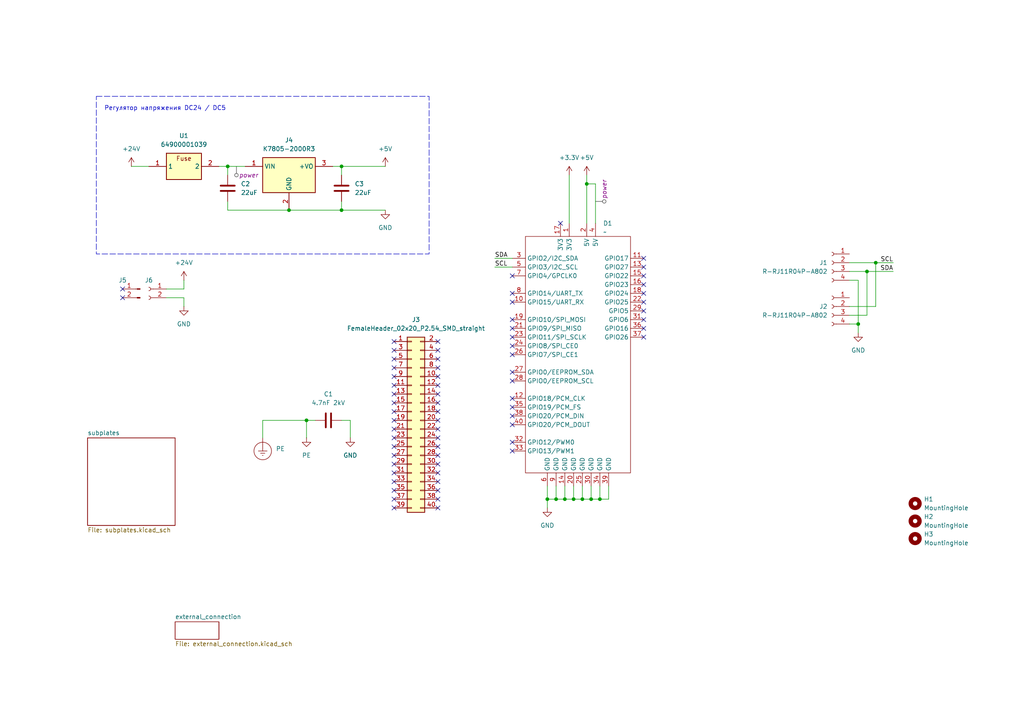
<source format=kicad_sch>
(kicad_sch (version 20231120) (generator "eeschema") (generator_version "8.0")
  (paper "A4")
  (title_block (title "${article} v${version}"))
  (lib_symbols
    (symbol "Mechanical:MountingHole" (pin_names (offset 1.016)) (exclude_from_sim yes) (in_bom no)
      (property "Reference" "H" (at 0 5.08 0))
      (property "Value" "MountingHole" (at 0 3.175 0))
      (symbol "MountingHole_0_1"
        (circle (center 0 0) (radius 1.27) (stroke (width 1.27)))
      )
    )
    (symbol "kicad_inventree_lib:C_22uF_50V_2220" (pin_numbers hide) (pin_names (offset 0.254))
      (property "Reference" "C" (at 0.635 2.54 0))
      (property "Value" "22uF" (at 0.635 -2.54 0))
      (symbol "C_22uF_50V_2220_0_1"
        (polyline (pts (xy -2.032 -0.762) (xy 2.032 -0.762)) (stroke (width 0.508)))
        (polyline (pts (xy -2.032 0.762) (xy 2.032 0.762)) (stroke (width 0.508)))
      )
      (symbol "C_22uF_50V_2220_1_1"
        (pin passive line (at 0 3.81 270) (length 2.794) (name "~") (number "1"))
        (pin passive line (at 0 -3.81 90) (length 2.794) (name "~") (number "2"))
      )
    )
    (symbol "kicad_inventree_lib:C_4.7nF_2kV_1812" (pin_numbers hide) (pin_names (offset 0.254))
      (property "Reference" "C" (at 0.635 2.54 0))
      (property "Value" "4.7nF 2kV" (at 0.635 -2.54 0))
      (symbol "C_4.7nF_2kV_1812_0_1"
        (polyline (pts (xy -2.032 -0.762) (xy 2.032 -0.762)) (stroke (width 0.508)))
        (polyline (pts (xy -2.032 0.762) (xy 2.032 0.762)) (stroke (width 0.508)))
      )
      (symbol "C_4.7nF_2kV_1812_1_1"
        (pin passive line (at 0 3.81 270) (length 2.794) (name "~") (number "1"))
        (pin passive line (at 0 -3.81 90) (length 2.794) (name "~") (number "2"))
      )
    )
    (symbol "kicad_inventree_lib:Degson_2EDGK-5.08-02P" (pin_names (offset 1.016) hide) (on_board no)
      (property "Reference" "J" (at 0 2.54 0))
      (property "Value" "2EDGK-5.08-02P" (at 0 -5.08 0))
      (symbol "Degson_2EDGK-5.08-02P_1_1"
        (rectangle (start -4.2164 -2.413) (end -5.08 -2.667) (stroke (width 0.1524)) (fill (type outline)))
        (rectangle (start -4.2164 0.127) (end -5.08 -0.127) (stroke (width 0.1524)) (fill (type outline)))
        (polyline (pts (xy -3.81 -2.54) (xy -4.2164 -2.54)) (stroke (width 0.1524)))
        (polyline (pts (xy -3.81 0) (xy -4.2164 0)) (stroke (width 0.1524)))
        (pin passive line (at 0 0 180) (length 3.81) (name "Pin_1") (number "1"))
        (pin passive line (at 0 -2.54 180) (length 3.81) (name "Pin_2") (number "2"))
      )
    )
    (symbol "kicad_inventree_lib:Degson_2EDGR-5.08-02P" (pin_names (offset 1.016) hide)
      (property "Reference" "J" (at 0 2.54 0))
      (property "Value" "2EDGR-5.08-02P" (at 0 -5.08 0))
      (symbol "Degson_2EDGR-5.08-02P_1_1"
        (arc (start 0 -2.032) (mid -0.5058 -2.54) (end 0 -3.048) (stroke (width 0.1524)))
        (polyline (pts (xy -1.27 -2.54) (xy -0.508 -2.54)) (stroke (width 0.1524)))
        (polyline (pts (xy -1.27 0) (xy -0.508 0)) (stroke (width 0.1524)))
        (arc (start 0 0.508) (mid -0.5058 0) (end 0 -0.508) (stroke (width 0.1524)))
        (pin passive line (at -5.08 0 0) (length 3.81) (name "Pin_1") (number "1"))
        (pin passive line (at -5.08 -2.54 0) (length 3.81) (name "Pin_2") (number "2"))
      )
    )
    (symbol "kicad_inventree_lib:FemaleHeader_02x20_P2.54_SMD_straight" (pin_names (offset 1.016) hide) (on_board no)
      (property "Reference" "J" (at 1.27 25.4 0))
      (property "Value" "FemaleHeader_02x20_P2.54_SMD_straight" (at 1.27 -27.94 0))
      (symbol "FemaleHeader_02x20_P2.54_SMD_straight_1_1"
        (rectangle (start -1.27 -25.273) (end 0 -25.527) (stroke (width 0.1524)))
        (rectangle (start -1.27 -22.733) (end 0 -22.987) (stroke (width 0.1524)))
        (rectangle (start -1.27 -20.193) (end 0 -20.447) (stroke (width 0.1524)))
        (rectangle (start -1.27 -17.653) (end 0 -17.907) (stroke (width 0.1524)))
        (rectangle (start -1.27 -15.113) (end 0 -15.367) (stroke (width 0.1524)))
        (rectangle (start -1.27 -12.573) (end 0 -12.827) (stroke (width 0.1524)))
        (rectangle (start -1.27 -10.033) (end 0 -10.287) (stroke (width 0.1524)))
        (rectangle (start -1.27 -7.493) (end 0 -7.747) (stroke (width 0.1524)))
        (rectangle (start -1.27 -4.953) (end 0 -5.207) (stroke (width 0.1524)))
        (rectangle (start -1.27 -2.413) (end 0 -2.667) (stroke (width 0.1524)))
        (rectangle (start -1.27 0.127) (end 0 -0.127) (stroke (width 0.1524)))
        (rectangle (start -1.27 2.667) (end 0 2.413) (stroke (width 0.1524)))
        (rectangle (start -1.27 5.207) (end 0 4.953) (stroke (width 0.1524)))
        (rectangle (start -1.27 7.747) (end 0 7.493) (stroke (width 0.1524)))
        (rectangle (start -1.27 10.287) (end 0 10.033) (stroke (width 0.1524)))
        (rectangle (start -1.27 12.827) (end 0 12.573) (stroke (width 0.1524)))
        (rectangle (start -1.27 15.367) (end 0 15.113) (stroke (width 0.1524)))
        (rectangle (start -1.27 17.907) (end 0 17.653) (stroke (width 0.1524)))
        (rectangle (start -1.27 20.447) (end 0 20.193) (stroke (width 0.1524)))
        (rectangle (start -1.27 22.987) (end 0 22.733) (stroke (width 0.1524)))
        (rectangle (start -1.27 24.13) (end 3.81 -26.67) (stroke (width 0.254)) (fill (type background)))
        (rectangle (start 3.81 -25.273) (end 2.54 -25.527) (stroke (width 0.1524)))
        (rectangle (start 3.81 -22.733) (end 2.54 -22.987) (stroke (width 0.1524)))
        (rectangle (start 3.81 -20.193) (end 2.54 -20.447) (stroke (width 0.1524)))
        (rectangle (start 3.81 -17.653) (end 2.54 -17.907) (stroke (width 0.1524)))
        (rectangle (start 3.81 -15.113) (end 2.54 -15.367) (stroke (width 0.1524)))
        (rectangle (start 3.81 -12.573) (end 2.54 -12.827) (stroke (width 0.1524)))
        (rectangle (start 3.81 -10.033) (end 2.54 -10.287) (stroke (width 0.1524)))
        (rectangle (start 3.81 -7.493) (end 2.54 -7.747) (stroke (width 0.1524)))
        (rectangle (start 3.81 -4.953) (end 2.54 -5.207) (stroke (width 0.1524)))
        (rectangle (start 3.81 -2.413) (end 2.54 -2.667) (stroke (width 0.1524)))
        (rectangle (start 3.81 0.127) (end 2.54 -0.127) (stroke (width 0.1524)))
        (rectangle (start 3.81 2.667) (end 2.54 2.413) (stroke (width 0.1524)))
        (rectangle (start 3.81 5.207) (end 2.54 4.953) (stroke (width 0.1524)))
        (rectangle (start 3.81 7.747) (end 2.54 7.493) (stroke (width 0.1524)))
        (rectangle (start 3.81 10.287) (end 2.54 10.033) (stroke (width 0.1524)))
        (rectangle (start 3.81 12.827) (end 2.54 12.573) (stroke (width 0.1524)))
        (rectangle (start 3.81 15.367) (end 2.54 15.113) (stroke (width 0.1524)))
        (rectangle (start 3.81 17.907) (end 2.54 17.653) (stroke (width 0.1524)))
        (rectangle (start 3.81 20.447) (end 2.54 20.193) (stroke (width 0.1524)))
        (rectangle (start 3.81 22.987) (end 2.54 22.733) (stroke (width 0.1524)))
        (pin passive line (at -5.08 22.86 0) (length 3.81) (name "Pin_1") (number "1"))
        (pin passive line (at 7.62 12.7 180) (length 3.81) (name "Pin_10") (number "10"))
        (pin passive line (at -5.08 10.16 0) (length 3.81) (name "Pin_11") (number "11"))
        (pin passive line (at 7.62 10.16 180) (length 3.81) (name "Pin_12") (number "12"))
        (pin passive line (at -5.08 7.62 0) (length 3.81) (name "Pin_13") (number "13"))
        (pin passive line (at 7.62 7.62 180) (length 3.81) (name "Pin_14") (number "14"))
        (pin passive line (at -5.08 5.08 0) (length 3.81) (name "Pin_15") (number "15"))
        (pin passive line (at 7.62 5.08 180) (length 3.81) (name "Pin_16") (number "16"))
        (pin passive line (at -5.08 2.54 0) (length 3.81) (name "Pin_17") (number "17"))
        (pin passive line (at 7.62 2.54 180) (length 3.81) (name "Pin_18") (number "18"))
        (pin passive line (at -5.08 0 0) (length 3.81) (name "Pin_19") (number "19"))
        (pin passive line (at 7.62 22.86 180) (length 3.81) (name "Pin_2") (number "2"))
        (pin passive line (at 7.62 0 180) (length 3.81) (name "Pin_20") (number "20"))
        (pin passive line (at -5.08 -2.54 0) (length 3.81) (name "Pin_21") (number "21"))
        (pin passive line (at 7.62 -2.54 180) (length 3.81) (name "Pin_22") (number "22"))
        (pin passive line (at -5.08 -5.08 0) (length 3.81) (name "Pin_23") (number "23"))
        (pin passive line (at 7.62 -5.08 180) (length 3.81) (name "Pin_24") (number "24"))
        (pin passive line (at -5.08 -7.62 0) (length 3.81) (name "Pin_25") (number "25"))
        (pin passive line (at 7.62 -7.62 180) (length 3.81) (name "Pin_26") (number "26"))
        (pin passive line (at -5.08 -10.16 0) (length 3.81) (name "Pin_27") (number "27"))
        (pin passive line (at 7.62 -10.16 180) (length 3.81) (name "Pin_28") (number "28"))
        (pin passive line (at -5.08 -12.7 0) (length 3.81) (name "Pin_29") (number "29"))
        (pin passive line (at -5.08 20.32 0) (length 3.81) (name "Pin_3") (number "3"))
        (pin passive line (at 7.62 -12.7 180) (length 3.81) (name "Pin_30") (number "30"))
        (pin passive line (at -5.08 -15.24 0) (length 3.81) (name "Pin_31") (number "31"))
        (pin passive line (at 7.62 -15.24 180) (length 3.81) (name "Pin_32") (number "32"))
        (pin passive line (at -5.08 -17.78 0) (length 3.81) (name "Pin_33") (number "33"))
        (pin passive line (at 7.62 -17.78 180) (length 3.81) (name "Pin_34") (number "34"))
        (pin passive line (at -5.08 -20.32 0) (length 3.81) (name "Pin_35") (number "35"))
        (pin passive line (at 7.62 -20.32 180) (length 3.81) (name "Pin_36") (number "36"))
        (pin passive line (at -5.08 -22.86 0) (length 3.81) (name "Pin_37") (number "37"))
        (pin passive line (at 7.62 -22.86 180) (length 3.81) (name "Pin_38") (number "38"))
        (pin passive line (at -5.08 -25.4 0) (length 3.81) (name "Pin_39") (number "39"))
        (pin passive line (at 7.62 20.32 180) (length 3.81) (name "Pin_4") (number "4"))
        (pin passive line (at 7.62 -25.4 180) (length 3.81) (name "Pin_40") (number "40"))
        (pin passive line (at -5.08 17.78 0) (length 3.81) (name "Pin_5") (number "5"))
        (pin passive line (at 7.62 17.78 180) (length 3.81) (name "Pin_6") (number "6"))
        (pin passive line (at -5.08 15.24 0) (length 3.81) (name "Pin_7") (number "7"))
        (pin passive line (at 7.62 15.24 180) (length 3.81) (name "Pin_8") (number "8"))
        (pin passive line (at -5.08 12.7 0) (length 3.81) (name "Pin_9") (number "9"))
      )
    )
    (symbol "kicad_inventree_lib:Fuseholder"
      (property "Reference" "U" (at -0.762 5.588 0))
      (property "Value" "64900001039" (at -6.35 3.302 0))
      (symbol "Fuseholder_1_1"
        (rectangle (start -5.08 0) (end 5.08 -7.62) (stroke (width 0.254)) (fill (type background)))
        (text "Fuse" (at 0 -1.524 0) (effects (font (size 1.27 1.27))))
        (pin passive line (at -10.16 -3.81 0) (length 5.08) (name "1") (number "1"))
        (pin passive line (at 10.16 -3.81 180) (length 5.08) (name "2") (number "2"))
      )
    )
    (symbol "kicad_inventree_lib:K7805-2000R3"
      (property "Reference" "J" (at -0.762 6.35 0))
      (property "Value" "K7805-2000R3" (at -7.112 3.556 0))
      (symbol "K7805-2000R3_1_1"
        (rectangle (start -7.62 0) (end 7.62 -10.16) (stroke (width 0.254)) (fill (type background)))
        (pin passive line (at -12.7 -2.54 0) (length 5.08) (name "VIN") (number "1"))
        (pin passive line (at 0 -15.24 90) (length 5.08) (name "GND") (number "2"))
        (pin passive line (at 12.7 -2.54 180) (length 5.08) (name "+VO") (number "3"))
      )
    )
    (symbol "kicad_inventree_lib:PE" (pin_numbers hide) (pin_names (offset 0) hide) (in_bom no)
      (property "Value" "PE" (at 0 -7.62 0))
      (symbol "PE_0_1"
        (circle (center 0 -3.81) (radius 2.54))
        (polyline (pts (xy -0.635 -4.445) (xy 0.635 -4.445)))
        (polyline (pts (xy -0.127 -5.08) (xy 0.127 -5.08)))
        (polyline (pts (xy 0 -3.81) (xy 0 0)))
        (polyline (pts (xy 1.27 -3.81) (xy -1.27 -3.81)))
      )
      (symbol "PE_1_1"
        (pin power_in line (at 0 0 270) (length 0) (name "~") (number "1"))
      )
    )
    (symbol "kicad_inventree_lib:R-RJ11R04P-A802" (pin_names (offset 1.016) hide)
      (property "Reference" "J" (at 0 5.08 0))
      (property "Value" "R-RJ11R04P-A802" (at 0 -7.62 0))
      (symbol "R-RJ11R04P-A802_1_1"
        (arc (start 0 -4.572) (mid -0.5058 -5.08) (end 0 -5.588) (stroke (width 0.1524)))
        (arc (start 0 -2.032) (mid -0.5058 -2.54) (end 0 -3.048) (stroke (width 0.1524)))
        (polyline (pts (xy -1.27 -5.08) (xy -0.508 -5.08)) (stroke (width 0.1524)))
        (polyline (pts (xy -1.27 -2.54) (xy -0.508 -2.54)) (stroke (width 0.1524)))
        (polyline (pts (xy -1.27 0) (xy -0.508 0)) (stroke (width 0.1524)))
        (polyline (pts (xy -1.27 2.54) (xy -0.508 2.54)) (stroke (width 0.1524)))
        (arc (start 0 0.508) (mid -0.5058 0) (end 0 -0.508) (stroke (width 0.1524)))
        (arc (start 0 3.048) (mid -0.5058 2.54) (end 0 2.032) (stroke (width 0.1524)))
        (pin passive line (at -5.08 2.54 0) (length 3.81) (name "Pin_1") (number "1"))
        (pin passive line (at -5.08 0 0) (length 3.81) (name "Pin_2") (number "2"))
        (pin passive line (at -5.08 -2.54 0) (length 3.81) (name "Pin_3") (number "3"))
        (pin passive line (at -5.08 -5.08 0) (length 3.81) (name "Pin_4") (number "4"))
      )
    )
    (symbol "kicad_inventree_lib:RaspberryPi"
      (property "Reference" "D" (at -14.732 2.54 0))
      (symbol "RaspberryPi_0_1"
        (rectangle (start -15.24 0) (end 15.24 -68.58))
      )
      (symbol "RaspberryPi_1_1"
        (pin passive line (at -2.54 3.81 270) (length 3.81) (name "3V3") (number "1"))
        (pin passive line (at -19.05 -19.05 0) (length 3.81) (name "GPIO15/UART_RX") (number "10"))
        (pin passive line (at 19.05 -6.35 180) (length 3.81) (name "GPIO17") (number "11"))
        (pin passive line (at -19.05 -46.99 0) (length 3.81) (name "GPIO18/PCM_CLK") (number "12"))
        (pin passive line (at 19.05 -8.89 180) (length 3.81) (name "GPIO27") (number "13"))
        (pin passive line (at -3.81 -72.39 90) (length 3.81) (name "GND") (number "14"))
        (pin passive line (at 19.05 -11.43 180) (length 3.81) (name "GPIO22") (number "15"))
        (pin passive line (at 19.05 -13.97 180) (length 3.81) (name "GPIO23") (number "16"))
        (pin passive line (at -5.08 3.81 270) (length 3.81) (name "3V3") (number "17"))
        (pin passive line (at 19.05 -16.51 180) (length 3.81) (name "GPIO24") (number "18"))
        (pin passive line (at -19.05 -24.13 0) (length 3.81) (name "GPIO10/SPI_MOSI") (number "19"))
        (pin passive line (at 2.54 3.81 270) (length 3.81) (name "5V") (number "2"))
        (pin passive line (at -1.27 -72.39 90) (length 3.81) (name "GND") (number "20"))
        (pin passive line (at -19.05 -26.67 0) (length 3.81) (name "GPIO9/SPI_MISO") (number "21"))
        (pin passive line (at 19.05 -19.05 180) (length 3.81) (name "GPIO25") (number "22"))
        (pin passive line (at -19.05 -29.21 0) (length 3.81) (name "GPIO11/SPI_SCLK") (number "23"))
        (pin passive line (at -19.05 -31.75 0) (length 3.81) (name "GPIO8/SPI_CE0") (number "24"))
        (pin passive line (at 1.27 -72.39 90) (length 3.81) (name "GND") (number "25"))
        (pin passive line (at -19.05 -34.29 0) (length 3.81) (name "GPIO7/SPI_CE1") (number "26"))
        (pin passive line (at -19.05 -39.37 0) (length 3.81) (name "GPIO0/EEPROM_SDA") (number "27"))
        (pin passive line (at -19.05 -41.91 0) (length 3.81) (name "GPIO0/EEPROM_SCL") (number "28"))
        (pin passive line (at 19.05 -21.59 180) (length 3.81) (name "GPIO5") (number "29"))
        (pin passive line (at -19.05 -6.35 0) (length 3.81) (name "GPIO2/I2C_SDA") (number "3"))
        (pin passive line (at 3.81 -72.39 90) (length 3.81) (name "GND") (number "30"))
        (pin passive line (at 19.05 -24.13 180) (length 3.81) (name "GPIO6") (number "31"))
        (pin passive line (at -19.05 -59.69 0) (length 3.81) (name "GPIO12/PWM0") (number "32"))
        (pin passive line (at -19.05 -62.23 0) (length 3.81) (name "GPIO13/PWM1") (number "33"))
        (pin passive line (at 6.35 -72.39 90) (length 3.81) (name "GND") (number "34"))
        (pin passive line (at -19.05 -49.53 0) (length 3.81) (name "GPIO19/PCM_FS") (number "35"))
        (pin passive line (at 19.05 -26.67 180) (length 3.81) (name "GPIO16") (number "36"))
        (pin passive line (at 19.05 -29.21 180) (length 3.81) (name "GPIO26") (number "37"))
        (pin passive line (at -19.05 -52.07 0) (length 3.81) (name "GPIO20/PCM_DIN") (number "38"))
        (pin passive line (at 8.89 -72.39 90) (length 3.81) (name "GND") (number "39"))
        (pin passive line (at 5.08 3.81 270) (length 3.81) (name "5V") (number "4"))
        (pin passive line (at -19.05 -54.61 0) (length 3.81) (name "GPIO20/PCM_DOUT") (number "40"))
        (pin passive line (at -19.05 -8.89 0) (length 3.81) (name "GPIO3/I2C_SCL") (number "5"))
        (pin passive line (at -8.89 -72.39 90) (length 3.81) (name "GND") (number "6"))
        (pin passive line (at -19.05 -11.43 0) (length 3.81) (name "GPIO4/GPCLK0") (number "7"))
        (pin passive line (at -19.05 -16.51 0) (length 3.81) (name "GPIO14/UART_TX") (number "8"))
        (pin passive line (at -6.35 -72.39 90) (length 3.81) (name "GND") (number "9"))
      )
    )
    (symbol "power:+3.3V" (power) (pin_numbers hide) (pin_names (offset 0) hide)
      (property "Value" "+3.3V" (at 0 3.556 0))
      (symbol "+3.3V_0_1"
        (polyline (pts (xy -0.762 1.27) (xy 0 2.54)))
        (polyline (pts (xy 0 0) (xy 0 2.54)))
        (polyline (pts (xy 0 2.54) (xy 0.762 1.27)))
      )
      (symbol "+3.3V_1_1"
        (pin power_in line (at 0 0 90) (length 0) (name "~") (number "1"))
      )
    )
    (symbol "power:+5V" (power) (pin_numbers hide) (pin_names (offset 0) hide)
      (property "Value" "+5V" (at 0 3.556 0))
      (symbol "+5V_0_1"
        (polyline (pts (xy -0.762 1.27) (xy 0 2.54)))
        (polyline (pts (xy 0 0) (xy 0 2.54)))
        (polyline (pts (xy 0 2.54) (xy 0.762 1.27)))
      )
      (symbol "+5V_1_1"
        (pin power_in line (at 0 0 90) (length 0) (name "~") (number "1"))
      )
    )
    (symbol "power:GND" (power) (pin_numbers hide) (pin_names (offset 0) hide)
      (property "Value" "GND" (at 0 -3.81 0))
      (symbol "GND_0_1"
        (polyline (pts (xy 0 0) (xy 0 -1.27) (xy 1.27 -1.27) (xy 0 -2.54) (xy -1.27 -1.27) (xy 0 -1.27)))
      )
      (symbol "GND_1_1"
        (pin power_in line (at 0 0 270) (length 0) (name "~") (number "1"))
      )
    )
  )
  (junction (at 66.04 48.26))
  (junction (at 251.46 78.74))
  (junction (at 170.18 53.34))
  (junction (at 88.9 121.92))
  (junction (at 161.29 144.78))
  (junction (at 163.83 144.78))
  (junction (at 158.75 144.78))
  (junction (at 83.82 60.96))
  (junction (at 168.91 144.78))
  (junction (at 171.45 144.78))
  (junction (at 254 76.2))
  (junction (at 248.92 93.98))
  (junction (at 99.06 60.96))
  (junction (at 173.99 144.78))
  (junction (at 166.37 144.78))
  (junction (at 99.06 48.26))
  (no_connect (at 114.3 144.78))
  (no_connect (at 35.56 86.36))
  (no_connect (at 114.3 137.16))
  (no_connect (at 186.69 92.71))
  (no_connect (at 186.69 82.55))
  (no_connect (at 127 127))
  (no_connect (at 114.3 127))
  (no_connect (at 127 137.16))
  (no_connect (at 127 111.76))
  (no_connect (at 127 142.24))
  (no_connect (at 114.3 104.14))
  (no_connect (at 127 101.6))
  (no_connect (at 148.59 130.81))
  (no_connect (at 114.3 139.7))
  (no_connect (at 114.3 114.3))
  (no_connect (at 148.59 102.87))
  (no_connect (at 148.59 87.63))
  (no_connect (at 148.59 120.65))
  (no_connect (at 127 106.68))
  (no_connect (at 186.69 85.09))
  (no_connect (at 114.3 132.08))
  (no_connect (at 148.59 95.25))
  (no_connect (at 148.59 80.01))
  (no_connect (at 127 99.06))
  (no_connect (at 162.56 64.77))
  (no_connect (at 186.69 74.93))
  (no_connect (at 127 121.92))
  (no_connect (at 127 147.32))
  (no_connect (at 186.69 90.17))
  (no_connect (at 186.69 95.25))
  (no_connect (at 114.3 116.84))
  (no_connect (at 186.69 97.79))
  (no_connect (at 127 129.54))
  (no_connect (at 148.59 110.49))
  (no_connect (at 148.59 97.79))
  (no_connect (at 148.59 115.57))
  (no_connect (at 127 116.84))
  (no_connect (at 148.59 85.09))
  (no_connect (at 127 124.46))
  (no_connect (at 148.59 128.27))
  (no_connect (at 114.3 111.76))
  (no_connect (at 186.69 77.47))
  (no_connect (at 35.56 83.82))
  (no_connect (at 114.3 119.38))
  (no_connect (at 127 104.14))
  (no_connect (at 114.3 142.24))
  (no_connect (at 114.3 99.06))
  (no_connect (at 148.59 92.71))
  (no_connect (at 127 134.62))
  (no_connect (at 148.59 107.95))
  (no_connect (at 148.59 118.11))
  (no_connect (at 127 139.7))
  (no_connect (at 114.3 124.46))
  (no_connect (at 186.69 80.01))
  (no_connect (at 114.3 134.62))
  (no_connect (at 127 114.3))
  (no_connect (at 114.3 106.68))
  (no_connect (at 127 119.38))
  (no_connect (at 114.3 109.22))
  (no_connect (at 127 144.78))
  (no_connect (at 127 132.08))
  (no_connect (at 186.69 87.63))
  (no_connect (at 114.3 121.92))
  (no_connect (at 148.59 123.19))
  (no_connect (at 114.3 147.32))
  (no_connect (at 127 109.22))
  (no_connect (at 114.3 129.54))
  (no_connect (at 114.3 101.6))
  (no_connect (at 148.59 100.33))
  (wire (pts (xy 101.6 127) (xy 101.6 121.92)))
  (wire (pts (xy 88.9 121.92) (xy 91.44 121.92)))
  (wire (pts (xy 53.34 83.82) (xy 53.34 81.28)))
  (wire (pts (xy 143.51 74.93) (xy 148.59 74.93)))
  (wire (pts (xy 170.18 50.8) (xy 170.18 53.34)))
  (wire (pts (xy 251.46 91.44) (xy 251.46 78.74)))
  (wire (pts (xy 171.45 144.78) (xy 173.99 144.78)))
  (wire (pts (xy 66.04 60.96) (xy 83.82 60.96)))
  (wire (pts (xy 99.06 48.26) (xy 99.06 50.8)))
  (wire (pts (xy 66.04 48.26) (xy 71.12 48.26)))
  (wire (pts (xy 99.06 58.42) (xy 99.06 60.96)))
  (wire (pts (xy 166.37 144.78) (xy 168.91 144.78)))
  (wire (pts (xy 168.91 144.78) (xy 171.45 144.78)))
  (wire (pts (xy 38.1 48.26) (xy 43.18 48.26)))
  (wire (pts (xy 99.06 60.96) (xy 111.76 60.96)))
  (wire (pts (xy 172.72 53.34) (xy 170.18 53.34)))
  (wire (pts (xy 254 76.2) (xy 246.38 76.2)))
  (wire (pts (xy 66.04 60.96) (xy 66.04 58.42)))
  (wire (pts (xy 53.34 86.36) (xy 48.26 86.36)))
  (wire (pts (xy 143.51 77.47) (xy 148.59 77.47)))
  (wire (pts (xy 259.08 78.74) (xy 251.46 78.74)))
  (wire (pts (xy 163.83 140.97) (xy 163.83 144.78)))
  (wire (pts (xy 83.82 60.96) (xy 99.06 60.96)))
  (wire (pts (xy 246.38 93.98) (xy 248.92 93.98)))
  (wire (pts (xy 99.06 48.26) (xy 111.76 48.26)))
  (wire (pts (xy 76.2 121.92) (xy 88.9 121.92)))
  (wire (pts (xy 48.26 83.82) (xy 53.34 83.82)))
  (wire (pts (xy 161.29 140.97) (xy 161.29 144.78)))
  (wire (pts (xy 173.99 140.97) (xy 173.99 144.78)))
  (wire (pts (xy 173.99 144.78) (xy 176.53 144.78)))
  (wire (pts (xy 163.83 144.78) (xy 166.37 144.78)))
  (wire (pts (xy 168.91 140.97) (xy 168.91 144.78)))
  (wire (pts (xy 170.18 53.34) (xy 170.18 64.77)))
  (wire (pts (xy 101.6 121.92) (xy 99.06 121.92)))
  (wire (pts (xy 165.1 50.8) (xy 165.1 64.77)))
  (wire (pts (xy 161.29 144.78) (xy 163.83 144.78)))
  (wire (pts (xy 166.37 140.97) (xy 166.37 144.78)))
  (wire (pts (xy 158.75 140.97) (xy 158.75 144.78)))
  (wire (pts (xy 88.9 121.92) (xy 88.9 127)))
  (wire (pts (xy 246.38 91.44) (xy 251.46 91.44)))
  (wire (pts (xy 66.04 48.26) (xy 66.04 50.8)))
  (wire (pts (xy 172.72 64.77) (xy 172.72 53.34)))
  (wire (pts (xy 254 88.9) (xy 254 76.2)))
  (wire (pts (xy 259.08 76.2) (xy 254 76.2)))
  (wire (pts (xy 158.75 144.78) (xy 161.29 144.78)))
  (wire (pts (xy 248.92 81.28) (xy 248.92 93.98)))
  (wire (pts (xy 53.34 88.9) (xy 53.34 86.36)))
  (wire (pts (xy 246.38 81.28) (xy 248.92 81.28)))
  (wire (pts (xy 63.5 48.26) (xy 66.04 48.26)))
  (wire (pts (xy 176.53 140.97) (xy 176.53 144.78)))
  (wire (pts (xy 251.46 78.74) (xy 246.38 78.74)))
  (wire (pts (xy 171.45 140.97) (xy 171.45 144.78)))
  (wire (pts (xy 248.92 93.98) (xy 248.92 96.52)))
  (wire (pts (xy 158.75 144.78) (xy 158.75 147.32)))
  (wire (pts (xy 76.2 127) (xy 76.2 121.92)))
  (wire (pts (xy 246.38 88.9) (xy 254 88.9)))
  (wire (pts (xy 96.52 48.26) (xy 99.06 48.26)))
  (rectangle (start 27.94 27.94) (end 124.46 73.66) (stroke (width 0) (type dash)))
  (text "Регулятор напряжения DC24 / DC5" (at 30.226 31.496 0) (effects (font (size 1.27 1.27)) (justify left)))
  (label "SCL" (at 259.08 76.2 180))
  (label "SDA" (at 143.51 74.93 0))
  (label "SCL" (at 143.51 77.47 0))
  (label "SDA" (at 259.08 78.74 180))
  (netclass_flag "" (length 2.54) (shape round) (at 172.72 58.42 270) (property "Netclass" "power" (at 175.26 57.7215 90) (effects (font (italic yes)) (justify left))))
  (netclass_flag "" (length 2.54) (shape round) (at 68.58 48.26 180) (property "Netclass" "power" (at 69.2785 50.8 0) (effects (font (italic yes)) (justify left))))
  (symbol (lib_id "power:GND") (at 111.76 60.96 0) (unit 1)
    (property "Reference" "#PWR04" (effects (hide yes)))
    (property "Value" "GND" (at 111.76 66.04 0))
    (property "Description" "Power symbol creates a global label with name \"GND\" , ground" (effects (hide yes)))
  )
  (symbol (lib_id "power:+5V") (at 111.76 48.26 0) (unit 1)
    (property "Reference" "#PWR03" (effects (hide yes)))
    (property "Value" "+5V" (at 111.76 43.18 0))
    (property "Description" "Power symbol creates a global label with name \"+5V\"" (effects (hide yes)))
  )
  (symbol (lib_id "kicad_inventree_lib:Degson_2EDGR-5.08-02P") (at 43.18 83.82 0) (mirror y) (unit 1)
    (property "Reference" "J6" (at 43.18 81.28 0))
    (property "Value" "2EDGR-5.08-02P" (effects (hide yes)))
    (property "Footprint" "NextPCB:Degson_2EDGR-5.08-02P" (effects (hide yes)))
    (property "Datasheet" "http://inventree.network/part/45/" (effects (hide yes)))
    (property "Description" "Generic connector, single row, 01x02, script generated" (effects (hide yes)))
    (property "NextPCB_url" "https://www.hqonline.com/product-detail/max-maixu--mx2edgr-5-08-02p-gn01-cu-a-1027942969" (effects (hide yes)))
    (property "NextPCB_price" "0.03132" (effects (hide yes)))
    (property "part_ipn" "2EDGR-5.08-02P" (effects (hide yes)))
  )
  (symbol (lib_id "power:GND") (at 158.75 147.32 0) (unit 1)
    (property "Reference" "#PWR02" (effects (hide yes)))
    (property "Value" "GND" (at 158.75 152.4 0))
    (property "Description" "Power symbol creates a global label with name \"GND\" , ground" (effects (hide yes)))
  )
  (symbol (lib_id "power:+5V") (at 53.34 81.28 0) (unit 1)
    (property "Reference" "#PWR05" (effects (hide yes)))
    (property "Value" "+24V" (at 53.34 76.2 0))
    (property "Description" "Power symbol creates a global label with name \"+5V\"" (effects (hide yes)))
  )
  (symbol (lib_id "power:+3.3V") (at 165.1 50.8 0) (unit 1)
    (property "Reference" "#PWR011" (effects (hide yes)))
    (property "Value" "+3.3V" (at 165.1 45.72 0))
    (property "Description" "Power symbol creates a global label with name \"+3.3V\"" (effects (hide yes)))
  )
  (symbol (lib_id "power:GND") (at 53.34 88.9 0) (unit 1)
    (property "Reference" "#PWR07" (effects (hide yes)))
    (property "Value" "GND" (at 53.34 93.98 0))
    (property "Description" "Power symbol creates a global label with name \"GND\" , ground" (effects (hide yes)))
  )
  (symbol (lib_id "kicad_inventree_lib:C_22uF_50V_2220") (at 99.06 54.61 0) (unit 1)
    (property "Reference" "C3" (at 102.87 53.3399 0) (effects (justify left)))
    (property "Value" "22uF" (at 102.87 55.8799 0) (effects (justify left)))
    (property "Footprint" "kicad_inventree_lib:C_2220_5750Metric_Pad1.97x5.40mm_HandSolder" (effects (hide yes)))
    (property "Datasheet" "http://inventree.network/part/99/" (effects (hide yes)))
    (property "Description" "Unpolarized capacitor" (effects (hide yes)))
    (property "part_ipn" "C_22uF_50V_2220" (effects (hide yes)))
  )
  (symbol (lib_id "kicad_inventree_lib:RaspberryPi") (at 167.64 68.58 0) (unit 1) (in_bom no)
    (property "Reference" "D1" (at 174.9141 64.77 0) (effects (justify left)))
    (property "Value" "~" (at 174.9141 67.31 0) (effects (justify left)))
    (property "Footprint" "kicad_inventree_lib:RaspberryPi" (effects (hide yes)))
    (property "NextPCB_price" "200" (effects (hide yes)))
  )
  (symbol (lib_id "kicad_inventree_lib:R-RJ11R04P-A802") (at 241.3 88.9 0) (mirror y) (unit 1)
    (property "Reference" "J2" (at 240.03 88.8999 0) (effects (justify left)))
    (property "Value" "R-RJ11R04P-A802" (at 240.03 91.4399 0) (effects (justify left)))
    (property "Footprint" "kicad_inventree_lib:R-RJ11R04P-A802" (effects (hide yes)))
    (property "Description" "Generic connector, single row, 01x04, script generated" (effects (hide yes)))
    (property "part_ipn" "R-RJ11R04P-A802" (effects (hide yes)))
  )
  (symbol (lib_id "power:+5V") (at 38.1 48.26 0) (unit 1)
    (property "Reference" "#PWR010" (effects (hide yes)))
    (property "Value" "+24V" (at 38.1 43.18 0))
    (property "Description" "Power symbol creates a global label with name \"+5V\"" (effects (hide yes)))
  )
  (symbol (lib_id "kicad_inventree_lib:PE") (at 76.2 127 0) (unit 1) (in_bom no)
    (property "Reference" "PE1" (effects (hide yes)))
    (property "Value" "PE" (at 80.01 130.1749 0) (effects (justify left)))
    (property "Footprint" "kicad_inventree_lib:PE" (effects (hide yes)))
    (property "Description" "Power symbol creates a global label with name \"Earth_Protective\"" (effects (hide yes)))
  )
  (symbol (lib_id "Mechanical:MountingHole") (at 265.43 156.21 0) (unit 1) (exclude_from_sim yes) (in_bom no)
    (property "Reference" "H3" (at 267.97 154.9399 0) (effects (justify left)))
    (property "Value" "MountingHole" (at 267.97 157.4799 0) (effects (justify left)))
    (property "Footprint" "MountingHole:MountingHole_3.2mm_M3" (effects (hide yes)))
    (property "Description" "Mounting Hole without connection" (effects (hide yes)))
  )
  (symbol (lib_id "kicad_inventree_lib:FemaleHeader_02x20_P2.54_SMD_straight") (at 119.38 121.92 0) (unit 1) (on_board no)
    (property "Reference" "J3" (at 120.65 92.71 0))
    (property "Value" "FemaleHeader_02x20_P2.54_SMD_straight" (at 120.65 95.25 0))
    (property "Datasheet" "http://inventree.network/part/154/" (effects (hide yes)))
    (property "Description" "Generic connector, double row, 02x20, odd/even pin numbering scheme (row 1 odd numbers, row 2 even numbers), script generated (kicad-library-utils/schlib/autogen/connector/)" (effects (hide yes)))
    (property "part_ipn" "FemaleHeader_02x20_P2.54_SMD_straight" (effects (hide yes)))
  )
  (symbol (lib_id "power:+5V") (at 170.18 50.8 0) (unit 1)
    (property "Reference" "#PWR06" (effects (hide yes)))
    (property "Value" "+5V" (at 170.18 45.72 0))
    (property "Description" "Power symbol creates a global label with name \"+5V\"" (effects (hide yes)))
  )
  (symbol (lib_id "kicad_inventree_lib:Degson_2EDGK-5.08-02P") (at 35.56 83.82 0) (mirror y) (unit 1) (on_board no)
    (property "Reference" "J5" (at 35.56 81.28 0))
    (property "Value" "2EDGK-5.08-02P" (effects (hide yes)))
    (property "Datasheet" "http://inventree.network/part/18/" (effects (hide yes)))
    (property "Description" "Generic connector, single row, 01x02, script generated" (effects (hide yes)))
    (property "NextPCB_url" "https://www.hqonline.com/product-detail/max-maixu--mx2edgk-5-08-02p-gn01-cu-y-a-1027943030" (effects (hide yes)))
    (property "NextPCB_price" "0.11828" (effects (hide yes)))
    (property "part_ipn" "2EDGK-5.08-02P" (effects (hide yes)))
  )
  (symbol (lib_id "power:GND") (at 248.92 96.52 0) (mirror y) (unit 1)
    (property "Reference" "#PWR01" (effects (hide yes)))
    (property "Value" "GND" (at 248.92 101.6 0))
    (property "Description" "Power symbol creates a global label with name \"GND\" , ground" (effects (hide yes)))
  )
  (symbol (lib_id "kicad_inventree_lib:C_22uF_50V_2220") (at 66.04 54.61 0) (unit 1)
    (property "Reference" "C2" (at 69.85 53.3399 0) (effects (justify left)))
    (property "Value" "22uF" (at 69.85 55.8799 0) (effects (justify left)))
    (property "Footprint" "kicad_inventree_lib:C_2220_5750Metric_Pad1.97x5.40mm_HandSolder" (effects (hide yes)))
    (property "Datasheet" "http://inventree.network/part/99/" (effects (hide yes)))
    (property "Description" "Unpolarized capacitor" (effects (hide yes)))
    (property "part_ipn" "C_22uF_50V_2220" (effects (hide yes)))
  )
  (symbol (lib_id "kicad_inventree_lib:C_4.7nF_2kV_1812") (at 95.25 121.92 90) (unit 1)
    (property "Reference" "C1" (at 95.25 114.3 90))
    (property "Value" "4.7nF 2kV" (at 95.25 116.84 90))
    (property "Footprint" "Capacitor_SMD:C_1812_4532Metric_Pad1.57x3.40mm_HandSolder" (effects (hide yes)))
    (property "Datasheet" "http://inventree.network/part/112/" (effects (hide yes)))
    (property "Description" "Unpolarized capacitor" (effects (hide yes)))
    (property "part_ipn" "C_4.7nF_2kV_1812" (effects (hide yes)))
  )
  (symbol (lib_id "power:GND") (at 101.6 127 0) (unit 1)
    (property "Reference" "#PWR09" (effects (hide yes)))
    (property "Value" "GND" (at 101.6 132.08 0))
    (property "Description" "Power symbol creates a global label with name \"GND\" , ground" (effects (hide yes)))
  )
  (symbol (lib_id "Mechanical:MountingHole") (at 265.43 151.13 0) (unit 1) (exclude_from_sim yes) (in_bom no)
    (property "Reference" "H2" (at 267.97 149.8599 0) (effects (justify left)))
    (property "Value" "MountingHole" (at 267.97 152.3999 0) (effects (justify left)))
    (property "Footprint" "MountingHole:MountingHole_3.2mm_M3" (effects (hide yes)))
    (property "Description" "Mounting Hole without connection" (effects (hide yes)))
  )
  (symbol (lib_id "kicad_inventree_lib:R-RJ11R04P-A802") (at 241.3 76.2 0) (mirror y) (unit 1)
    (property "Reference" "J1" (at 240.03 76.1999 0) (effects (justify left)))
    (property "Value" "R-RJ11R04P-A802" (at 240.03 78.7399 0) (effects (justify left)))
    (property "Footprint" "kicad_inventree_lib:R-RJ11R04P-A802" (effects (hide yes)))
    (property "Description" "Generic connector, single row, 01x04, script generated" (effects (hide yes)))
    (property "part_ipn" "R-RJ11R04P-A802" (effects (hide yes)))
  )
  (symbol (lib_id "power:GND") (at 88.9 127 0) (unit 1)
    (property "Reference" "#PWR08" (effects (hide yes)))
    (property "Value" "PE" (at 88.9 132.08 0))
    (property "Description" "Power symbol creates a global label with name \"GND\" , ground" (effects (hide yes)))
  )
  (symbol (lib_id "kicad_inventree_lib:Fuseholder") (at 53.34 44.45 0) (unit 1)
    (property "Reference" "U1" (at 53.34 39.37 0))
    (property "Value" "64900001039" (at 53.34 41.91 0))
    (property "Footprint" "NextPCB:Fuseholder" (effects (hide yes)))
    (property "Datasheet" "http://inventree.network/part/23/" (effects (hide yes)))
    (property "Description" "5x20mm Fuseholder 6.3A 250V Littelfuse 6.3A PCB Mount Fuse Holder for 5 x 20mm Cartridge Fuse, 250 V" (effects (hide yes)))
    (property "Manufacturer_Name" "LITTELFUSE" (effects (hide yes)))
    (property "Manufacturer_Part_Number" "64900001039" (effects (hide yes)))
    (property "Mouser Part Number" "576-64900001039" (effects (hide yes)))
    (property "Mouser Price/Stock" "https://www.mouser.co.uk/ProductDetail/Littelfuse/64900001039?qs=hH%252BOa0VZEiArPloPoB86OA%3D%3D" (effects (hide yes)))
    (property "Arrow Part Number" "64900001039" (effects (hide yes)))
    (property "Arrow Price/Stock" "https://www.arrow.com/en/products/64900001039/littelfuse?region=nac" (effects (hide yes)))
    (property "NextPCB_url" "https://www.hqonline.com/product-detail/fuse-holders---clips---boxes-littelfuse-64900001039-1005256123" (effects (hide yes)))
    (property "NextPCB_price" "0.13489" (effects (hide yes)))
    (property "part_ipn" "64900001039" (effects (hide yes)))
  )
  (symbol (lib_id "kicad_inventree_lib:K7805-2000R3") (at 83.82 45.72 0) (unit 1)
    (property "Reference" "J4" (at 83.82 40.64 0))
    (property "Value" "K7805-2000R3" (at 83.82 43.18 0))
    (property "Footprint" "kicad_inventree_lib:K7805-2000R3" (effects (hide yes)))
    (property "Datasheet" "http://inventree.network/part/98/" (effects (hide yes)))
    (property "Description" "K7805-2000R3" (effects (hide yes)))
    (property "Height" "18" (effects (hide yes)))
    (property "Manufacturer_Name" "RS Pro" (effects (hide yes)))
    (property "Manufacturer_Part_Number" "K7805-2000R3" (effects (hide yes)))
    (property "part_ipn" "K7805-2000R3" (effects (hide yes)))
  )
  (symbol (lib_id "Mechanical:MountingHole") (at 265.43 146.05 0) (unit 1) (exclude_from_sim yes) (in_bom no)
    (property "Reference" "H1" (at 267.97 144.7799 0) (effects (justify left)))
    (property "Value" "MountingHole" (at 267.97 147.3199 0) (effects (justify left)))
    (property "Footprint" "MountingHole:MountingHole_3.2mm_M3" (effects (hide yes)))
    (property "Description" "Mounting Hole without connection" (effects (hide yes)))
  )
  (sheet (at 50.8 180.34) (size 12.7 5.08) (stroke (width 0.1524))
    (property "Sheetname" "external_connection" (at 50.8 179.6284 0) (effects (justify left bottom)))
    (property "Sheetfile" "external_connection.kicad_sch" (at 50.8 186.0046 0) (effects (justify left top)))
  )
  (sheet (at 25.4 127) (size 25.4 25.4) (stroke (width 0.1524))
    (property "Sheetname" "subplates" (at 25.4 126.2884 0) (effects (justify left bottom)))
    (property "Sheetfile" "subplates.kicad_sch" (at 25.4 152.9846 0) (effects (justify left top)))
  )
)
</source>
